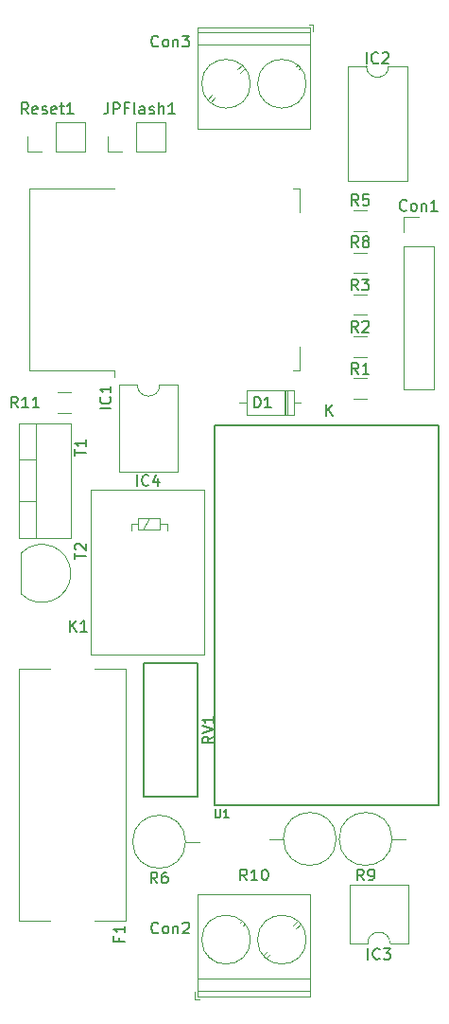
<source format=gto>
G04 #@! TF.GenerationSoftware,KiCad,Pcbnew,(5.0.1-3-g963ef8bb5)*
G04 #@! TF.CreationDate,2018-11-25T11:10:40+01:00*
G04 #@! TF.ProjectId,Dimmer 2.0,44696D6D657220322E302E6B69636164,rev?*
G04 #@! TF.SameCoordinates,Original*
G04 #@! TF.FileFunction,Legend,Top*
G04 #@! TF.FilePolarity,Positive*
%FSLAX46Y46*%
G04 Gerber Fmt 4.6, Leading zero omitted, Abs format (unit mm)*
G04 Created by KiCad (PCBNEW (5.0.1-3-g963ef8bb5)) date zondag 25 november 2018 om 11:10:40*
%MOMM*%
%LPD*%
G01*
G04 APERTURE LIST*
%ADD10C,0.120000*%
%ADD11C,0.127000*%
%ADD12C,0.150000*%
G04 APERTURE END LIST*
D10*
G04 #@! TO.C,JPFlash1*
X77880000Y-53580000D02*
X77880000Y-52250000D01*
X79210000Y-53580000D02*
X77880000Y-53580000D01*
X80480000Y-53580000D02*
X80480000Y-50920000D01*
X80480000Y-50920000D02*
X83080000Y-50920000D01*
X80480000Y-53580000D02*
X83080000Y-53580000D01*
X83080000Y-53580000D02*
X83080000Y-50920000D01*
G04 #@! TO.C,R1*
X101114564Y-75660000D02*
X99910436Y-75660000D01*
X101114564Y-73840000D02*
X99910436Y-73840000D01*
G04 #@! TO.C,R2*
X101114564Y-70090000D02*
X99910436Y-70090000D01*
X101114564Y-71910000D02*
X99910436Y-71910000D01*
G04 #@! TO.C,R5*
X99910436Y-58840000D02*
X101114564Y-58840000D01*
X99910436Y-60660000D02*
X101114564Y-60660000D01*
G04 #@! TO.C,R6*
X84870000Y-115250000D02*
G75*
G03X84870000Y-115250000I-2370000J0D01*
G01*
X84870000Y-115250000D02*
X86080000Y-115250000D01*
G04 #@! TO.C,R8*
X99910436Y-62590000D02*
X101114564Y-62590000D01*
X99910436Y-64410000D02*
X101114564Y-64410000D01*
G04 #@! TO.C,R3*
X101102064Y-66340000D02*
X99897936Y-66340000D01*
X101102064Y-68160000D02*
X99897936Y-68160000D01*
G04 #@! TO.C,IC4*
X82560000Y-74420000D02*
G75*
G02X80560000Y-74420000I-1000000J0D01*
G01*
X80560000Y-74420000D02*
X78910000Y-74420000D01*
X78910000Y-74420000D02*
X78910000Y-82160000D01*
X78910000Y-82160000D02*
X84210000Y-82160000D01*
X84210000Y-82160000D02*
X84210000Y-74420000D01*
X84210000Y-74420000D02*
X82560000Y-74420000D01*
G04 #@! TO.C,Con3*
X96300000Y-42200000D02*
X95900000Y-42200000D01*
X96300000Y-42840000D02*
X96300000Y-42200000D01*
X89758000Y-46508000D02*
X90153000Y-46112000D01*
X87112000Y-49154000D02*
X87492000Y-48774000D01*
X89507000Y-46226000D02*
X89887000Y-45846000D01*
X86846000Y-48888000D02*
X87241000Y-48492000D01*
X95048000Y-46219000D02*
X95154000Y-46112000D01*
X92112000Y-49154000D02*
X92219000Y-49047000D01*
X94782000Y-45953000D02*
X94888000Y-45846000D01*
X91846000Y-48888000D02*
X91953000Y-48781000D01*
X85940000Y-51560000D02*
X85940000Y-42440000D01*
X96060000Y-51560000D02*
X96060000Y-42440000D01*
X96060000Y-42440000D02*
X85940000Y-42440000D01*
X96060000Y-51560000D02*
X85940000Y-51560000D01*
X96060000Y-44000000D02*
X85940000Y-44000000D01*
X96060000Y-42900000D02*
X85940000Y-42900000D01*
X90680000Y-47500000D02*
G75*
G03X90680000Y-47500000I-2180000J0D01*
G01*
X95680000Y-47500000D02*
G75*
G03X95680000Y-47500000I-2180000J0D01*
G01*
G04 #@! TO.C,IC2*
X103060000Y-45920000D02*
G75*
G02X101060000Y-45920000I-1000000J0D01*
G01*
X101060000Y-45920000D02*
X99410000Y-45920000D01*
X99410000Y-45920000D02*
X99410000Y-56200000D01*
X99410000Y-56200000D02*
X104710000Y-56200000D01*
X104710000Y-56200000D02*
X104710000Y-45920000D01*
X104710000Y-45920000D02*
X103060000Y-45920000D01*
G04 #@! TO.C,Reset1*
X75870000Y-53580000D02*
X75870000Y-50920000D01*
X73270000Y-53580000D02*
X75870000Y-53580000D01*
X73270000Y-50920000D02*
X75870000Y-50920000D01*
X73270000Y-53580000D02*
X73270000Y-50920000D01*
X72000000Y-53580000D02*
X70670000Y-53580000D01*
X70670000Y-53580000D02*
X70670000Y-52250000D01*
G04 #@! TO.C,IC1*
X70880000Y-73120000D02*
X70880000Y-56880000D01*
X70880000Y-56880000D02*
X78500000Y-56880000D01*
X94500000Y-56880000D02*
X95120000Y-56880000D01*
X95120000Y-56880000D02*
X95120000Y-59000000D01*
X95120000Y-71000000D02*
X95120000Y-73120000D01*
X95120000Y-73120000D02*
X94500000Y-73120000D01*
X78500000Y-73120000D02*
X70880000Y-73120000D01*
X78500000Y-73120000D02*
X78500000Y-73730000D01*
G04 #@! TO.C,T2*
X70150000Y-89470000D02*
X70150000Y-93070000D01*
X70161522Y-89431522D02*
G75*
G02X74600000Y-91270000I1838478J-1838478D01*
G01*
X70161522Y-93108478D02*
G75*
G03X74600000Y-91270000I1838478J1838478D01*
G01*
G04 #@! TO.C,Con2*
X90680000Y-124000000D02*
G75*
G03X90680000Y-124000000I-2180000J0D01*
G01*
X95680000Y-124000000D02*
G75*
G03X95680000Y-124000000I-2180000J0D01*
G01*
X85940000Y-128600000D02*
X96060000Y-128600000D01*
X85940000Y-127500000D02*
X96060000Y-127500000D01*
X85940000Y-119940000D02*
X96060000Y-119940000D01*
X85940000Y-129060000D02*
X96060000Y-129060000D01*
X85940000Y-119940000D02*
X85940000Y-129060000D01*
X96060000Y-119940000D02*
X96060000Y-129060000D01*
X90154000Y-122612000D02*
X90047000Y-122719000D01*
X87218000Y-125547000D02*
X87112000Y-125654000D01*
X89888000Y-122346000D02*
X89781000Y-122453000D01*
X86952000Y-125281000D02*
X86846000Y-125388000D01*
X95154000Y-122612000D02*
X94759000Y-123008000D01*
X92493000Y-125274000D02*
X92113000Y-125654000D01*
X94888000Y-122346000D02*
X94508000Y-122726000D01*
X92242000Y-124992000D02*
X91847000Y-125388000D01*
X85700000Y-128660000D02*
X85700000Y-129300000D01*
X85700000Y-129300000D02*
X86100000Y-129300000D01*
D11*
G04 #@! TO.C,U1*
X107500000Y-78000000D02*
X87500000Y-78000000D01*
X87500000Y-112000000D02*
X107500000Y-112000000D01*
X107500000Y-112000000D02*
X107500000Y-78000000D01*
X87500000Y-78000000D02*
X87500000Y-112000000D01*
D10*
G04 #@! TO.C,T1*
X69980000Y-88080000D02*
X69980000Y-77840000D01*
X74621000Y-88080000D02*
X74621000Y-77840000D01*
X69980000Y-88080000D02*
X74621000Y-88080000D01*
X69980000Y-77840000D02*
X74621000Y-77840000D01*
X71490000Y-88080000D02*
X71490000Y-77840000D01*
X69980000Y-84810000D02*
X71490000Y-84810000D01*
X69980000Y-81109000D02*
X71490000Y-81109000D01*
G04 #@! TO.C,K1*
X76360000Y-98516000D02*
X76360000Y-83784000D01*
X76360000Y-83784000D02*
X86520000Y-83784000D01*
X86520000Y-83784000D02*
X86520000Y-98516000D01*
X86520000Y-98516000D02*
X76360000Y-98516000D01*
X81034000Y-87340000D02*
X81669000Y-86324000D01*
X83218000Y-87467000D02*
X83218000Y-86832000D01*
X83218000Y-86832000D02*
X82558000Y-86832000D01*
X80018000Y-87467000D02*
X80018000Y-86832000D01*
X80018000Y-86832000D02*
X80653000Y-86832000D01*
X80653000Y-87340000D02*
X82558000Y-87340000D01*
X82558000Y-87340000D02*
X82558000Y-86324000D01*
X82558000Y-86324000D02*
X80653000Y-86324000D01*
X80653000Y-87340000D02*
X80653000Y-86324000D01*
D12*
G04 #@! TO.C,RV1*
X85925000Y-111250000D02*
X85925000Y-99250000D01*
X81125000Y-111250000D02*
X81125000Y-99250000D01*
X81125000Y-99250000D02*
X85925000Y-99250000D01*
X81125000Y-111250000D02*
X85925000Y-111250000D01*
D10*
G04 #@! TO.C,R10*
X93630000Y-115000000D02*
X92420000Y-115000000D01*
X98370000Y-115000000D02*
G75*
G03X98370000Y-115000000I-2370000J0D01*
G01*
G04 #@! TO.C,D1*
X94560000Y-77120000D02*
X94560000Y-74880000D01*
X94560000Y-74880000D02*
X90320000Y-74880000D01*
X90320000Y-74880000D02*
X90320000Y-77120000D01*
X90320000Y-77120000D02*
X94560000Y-77120000D01*
X95210000Y-76000000D02*
X94560000Y-76000000D01*
X89670000Y-76000000D02*
X90320000Y-76000000D01*
X93840000Y-77120000D02*
X93840000Y-74880000D01*
X93720000Y-77120000D02*
X93720000Y-74880000D01*
X93960000Y-77120000D02*
X93960000Y-74880000D01*
G04 #@! TO.C,F1*
X69950000Y-122350000D02*
X72750000Y-122350000D01*
X76750000Y-122350000D02*
X79550000Y-122350000D01*
X76750000Y-99750000D02*
X79550000Y-99750000D01*
X79550000Y-99750000D02*
X79550000Y-122350000D01*
X69950000Y-99750000D02*
X69950000Y-122350000D01*
X69950000Y-99750000D02*
X72750000Y-99750000D01*
G04 #@! TO.C,R11*
X73410436Y-76910000D02*
X74614564Y-76910000D01*
X73410436Y-75090000D02*
X74614564Y-75090000D01*
G04 #@! TO.C,R9*
X103370000Y-115000000D02*
G75*
G03X103370000Y-115000000I-2370000J0D01*
G01*
X103370000Y-115000000D02*
X104580000Y-115000000D01*
G04 #@! TO.C,Con1*
X104420000Y-74780000D02*
X107080000Y-74780000D01*
X104420000Y-62020000D02*
X104420000Y-74780000D01*
X107080000Y-62020000D02*
X107080000Y-74780000D01*
X104420000Y-62020000D02*
X107080000Y-62020000D01*
X104420000Y-60750000D02*
X104420000Y-59420000D01*
X104420000Y-59420000D02*
X105750000Y-59420000D01*
G04 #@! TO.C,IC3*
X101190000Y-124330000D02*
G75*
G02X103190000Y-124330000I1000000J0D01*
G01*
X103190000Y-124330000D02*
X104840000Y-124330000D01*
X104840000Y-124330000D02*
X104840000Y-119130000D01*
X104840000Y-119130000D02*
X99540000Y-119130000D01*
X99540000Y-119130000D02*
X99540000Y-124330000D01*
X99540000Y-124330000D02*
X101190000Y-124330000D01*
G04 #@! TO.C,JPFlash1*
D12*
X77916666Y-49202380D02*
X77916666Y-49916666D01*
X77869047Y-50059523D01*
X77773809Y-50154761D01*
X77630952Y-50202380D01*
X77535714Y-50202380D01*
X78392857Y-50202380D02*
X78392857Y-49202380D01*
X78773809Y-49202380D01*
X78869047Y-49250000D01*
X78916666Y-49297619D01*
X78964285Y-49392857D01*
X78964285Y-49535714D01*
X78916666Y-49630952D01*
X78869047Y-49678571D01*
X78773809Y-49726190D01*
X78392857Y-49726190D01*
X79726190Y-49678571D02*
X79392857Y-49678571D01*
X79392857Y-50202380D02*
X79392857Y-49202380D01*
X79869047Y-49202380D01*
X80392857Y-50202380D02*
X80297619Y-50154761D01*
X80250000Y-50059523D01*
X80250000Y-49202380D01*
X81202380Y-50202380D02*
X81202380Y-49678571D01*
X81154761Y-49583333D01*
X81059523Y-49535714D01*
X80869047Y-49535714D01*
X80773809Y-49583333D01*
X81202380Y-50154761D02*
X81107142Y-50202380D01*
X80869047Y-50202380D01*
X80773809Y-50154761D01*
X80726190Y-50059523D01*
X80726190Y-49964285D01*
X80773809Y-49869047D01*
X80869047Y-49821428D01*
X81107142Y-49821428D01*
X81202380Y-49773809D01*
X81630952Y-50154761D02*
X81726190Y-50202380D01*
X81916666Y-50202380D01*
X82011904Y-50154761D01*
X82059523Y-50059523D01*
X82059523Y-50011904D01*
X82011904Y-49916666D01*
X81916666Y-49869047D01*
X81773809Y-49869047D01*
X81678571Y-49821428D01*
X81630952Y-49726190D01*
X81630952Y-49678571D01*
X81678571Y-49583333D01*
X81773809Y-49535714D01*
X81916666Y-49535714D01*
X82011904Y-49583333D01*
X82488095Y-50202380D02*
X82488095Y-49202380D01*
X82916666Y-50202380D02*
X82916666Y-49678571D01*
X82869047Y-49583333D01*
X82773809Y-49535714D01*
X82630952Y-49535714D01*
X82535714Y-49583333D01*
X82488095Y-49630952D01*
X83916666Y-50202380D02*
X83345238Y-50202380D01*
X83630952Y-50202380D02*
X83630952Y-49202380D01*
X83535714Y-49345238D01*
X83440476Y-49440476D01*
X83345238Y-49488095D01*
G04 #@! TO.C,R1*
X100345833Y-73452380D02*
X100012500Y-72976190D01*
X99774404Y-73452380D02*
X99774404Y-72452380D01*
X100155357Y-72452380D01*
X100250595Y-72500000D01*
X100298214Y-72547619D01*
X100345833Y-72642857D01*
X100345833Y-72785714D01*
X100298214Y-72880952D01*
X100250595Y-72928571D01*
X100155357Y-72976190D01*
X99774404Y-72976190D01*
X101298214Y-73452380D02*
X100726785Y-73452380D01*
X101012500Y-73452380D02*
X101012500Y-72452380D01*
X100917261Y-72595238D01*
X100822023Y-72690476D01*
X100726785Y-72738095D01*
G04 #@! TO.C,R2*
X100333333Y-69702380D02*
X100000000Y-69226190D01*
X99761904Y-69702380D02*
X99761904Y-68702380D01*
X100142857Y-68702380D01*
X100238095Y-68750000D01*
X100285714Y-68797619D01*
X100333333Y-68892857D01*
X100333333Y-69035714D01*
X100285714Y-69130952D01*
X100238095Y-69178571D01*
X100142857Y-69226190D01*
X99761904Y-69226190D01*
X100714285Y-68797619D02*
X100761904Y-68750000D01*
X100857142Y-68702380D01*
X101095238Y-68702380D01*
X101190476Y-68750000D01*
X101238095Y-68797619D01*
X101285714Y-68892857D01*
X101285714Y-68988095D01*
X101238095Y-69130952D01*
X100666666Y-69702380D01*
X101285714Y-69702380D01*
G04 #@! TO.C,R5*
X100345833Y-58382380D02*
X100012500Y-57906190D01*
X99774404Y-58382380D02*
X99774404Y-57382380D01*
X100155357Y-57382380D01*
X100250595Y-57430000D01*
X100298214Y-57477619D01*
X100345833Y-57572857D01*
X100345833Y-57715714D01*
X100298214Y-57810952D01*
X100250595Y-57858571D01*
X100155357Y-57906190D01*
X99774404Y-57906190D01*
X101250595Y-57382380D02*
X100774404Y-57382380D01*
X100726785Y-57858571D01*
X100774404Y-57810952D01*
X100869642Y-57763333D01*
X101107738Y-57763333D01*
X101202976Y-57810952D01*
X101250595Y-57858571D01*
X101298214Y-57953809D01*
X101298214Y-58191904D01*
X101250595Y-58287142D01*
X101202976Y-58334761D01*
X101107738Y-58382380D01*
X100869642Y-58382380D01*
X100774404Y-58334761D01*
X100726785Y-58287142D01*
G04 #@! TO.C,R6*
X82333333Y-118952380D02*
X82000000Y-118476190D01*
X81761904Y-118952380D02*
X81761904Y-117952380D01*
X82142857Y-117952380D01*
X82238095Y-118000000D01*
X82285714Y-118047619D01*
X82333333Y-118142857D01*
X82333333Y-118285714D01*
X82285714Y-118380952D01*
X82238095Y-118428571D01*
X82142857Y-118476190D01*
X81761904Y-118476190D01*
X83190476Y-117952380D02*
X83000000Y-117952380D01*
X82904761Y-118000000D01*
X82857142Y-118047619D01*
X82761904Y-118190476D01*
X82714285Y-118380952D01*
X82714285Y-118761904D01*
X82761904Y-118857142D01*
X82809523Y-118904761D01*
X82904761Y-118952380D01*
X83095238Y-118952380D01*
X83190476Y-118904761D01*
X83238095Y-118857142D01*
X83285714Y-118761904D01*
X83285714Y-118523809D01*
X83238095Y-118428571D01*
X83190476Y-118380952D01*
X83095238Y-118333333D01*
X82904761Y-118333333D01*
X82809523Y-118380952D01*
X82761904Y-118428571D01*
X82714285Y-118523809D01*
G04 #@! TO.C,R8*
X100345833Y-62132380D02*
X100012500Y-61656190D01*
X99774404Y-62132380D02*
X99774404Y-61132380D01*
X100155357Y-61132380D01*
X100250595Y-61180000D01*
X100298214Y-61227619D01*
X100345833Y-61322857D01*
X100345833Y-61465714D01*
X100298214Y-61560952D01*
X100250595Y-61608571D01*
X100155357Y-61656190D01*
X99774404Y-61656190D01*
X100917261Y-61560952D02*
X100822023Y-61513333D01*
X100774404Y-61465714D01*
X100726785Y-61370476D01*
X100726785Y-61322857D01*
X100774404Y-61227619D01*
X100822023Y-61180000D01*
X100917261Y-61132380D01*
X101107738Y-61132380D01*
X101202976Y-61180000D01*
X101250595Y-61227619D01*
X101298214Y-61322857D01*
X101298214Y-61370476D01*
X101250595Y-61465714D01*
X101202976Y-61513333D01*
X101107738Y-61560952D01*
X100917261Y-61560952D01*
X100822023Y-61608571D01*
X100774404Y-61656190D01*
X100726785Y-61751428D01*
X100726785Y-61941904D01*
X100774404Y-62037142D01*
X100822023Y-62084761D01*
X100917261Y-62132380D01*
X101107738Y-62132380D01*
X101202976Y-62084761D01*
X101250595Y-62037142D01*
X101298214Y-61941904D01*
X101298214Y-61751428D01*
X101250595Y-61656190D01*
X101202976Y-61608571D01*
X101107738Y-61560952D01*
G04 #@! TO.C,R3*
X100333333Y-65952380D02*
X100000000Y-65476190D01*
X99761904Y-65952380D02*
X99761904Y-64952380D01*
X100142857Y-64952380D01*
X100238095Y-65000000D01*
X100285714Y-65047619D01*
X100333333Y-65142857D01*
X100333333Y-65285714D01*
X100285714Y-65380952D01*
X100238095Y-65428571D01*
X100142857Y-65476190D01*
X99761904Y-65476190D01*
X100666666Y-64952380D02*
X101285714Y-64952380D01*
X100952380Y-65333333D01*
X101095238Y-65333333D01*
X101190476Y-65380952D01*
X101238095Y-65428571D01*
X101285714Y-65523809D01*
X101285714Y-65761904D01*
X101238095Y-65857142D01*
X101190476Y-65904761D01*
X101095238Y-65952380D01*
X100809523Y-65952380D01*
X100714285Y-65904761D01*
X100666666Y-65857142D01*
G04 #@! TO.C,IC4*
X80523809Y-83452380D02*
X80523809Y-82452380D01*
X81571428Y-83357142D02*
X81523809Y-83404761D01*
X81380952Y-83452380D01*
X81285714Y-83452380D01*
X81142857Y-83404761D01*
X81047619Y-83309523D01*
X81000000Y-83214285D01*
X80952380Y-83023809D01*
X80952380Y-82880952D01*
X81000000Y-82690476D01*
X81047619Y-82595238D01*
X81142857Y-82500000D01*
X81285714Y-82452380D01*
X81380952Y-82452380D01*
X81523809Y-82500000D01*
X81571428Y-82547619D01*
X82428571Y-82785714D02*
X82428571Y-83452380D01*
X82190476Y-82404761D02*
X81952380Y-83119047D01*
X82571428Y-83119047D01*
G04 #@! TO.C,Con3*
X82428571Y-44107142D02*
X82380952Y-44154761D01*
X82238095Y-44202380D01*
X82142857Y-44202380D01*
X82000000Y-44154761D01*
X81904761Y-44059523D01*
X81857142Y-43964285D01*
X81809523Y-43773809D01*
X81809523Y-43630952D01*
X81857142Y-43440476D01*
X81904761Y-43345238D01*
X82000000Y-43250000D01*
X82142857Y-43202380D01*
X82238095Y-43202380D01*
X82380952Y-43250000D01*
X82428571Y-43297619D01*
X83000000Y-44202380D02*
X82904761Y-44154761D01*
X82857142Y-44107142D01*
X82809523Y-44011904D01*
X82809523Y-43726190D01*
X82857142Y-43630952D01*
X82904761Y-43583333D01*
X83000000Y-43535714D01*
X83142857Y-43535714D01*
X83238095Y-43583333D01*
X83285714Y-43630952D01*
X83333333Y-43726190D01*
X83333333Y-44011904D01*
X83285714Y-44107142D01*
X83238095Y-44154761D01*
X83142857Y-44202380D01*
X83000000Y-44202380D01*
X83761904Y-43535714D02*
X83761904Y-44202380D01*
X83761904Y-43630952D02*
X83809523Y-43583333D01*
X83904761Y-43535714D01*
X84047619Y-43535714D01*
X84142857Y-43583333D01*
X84190476Y-43678571D01*
X84190476Y-44202380D01*
X84571428Y-43202380D02*
X85190476Y-43202380D01*
X84857142Y-43583333D01*
X85000000Y-43583333D01*
X85095238Y-43630952D01*
X85142857Y-43678571D01*
X85190476Y-43773809D01*
X85190476Y-44011904D01*
X85142857Y-44107142D01*
X85095238Y-44154761D01*
X85000000Y-44202380D01*
X84714285Y-44202380D01*
X84619047Y-44154761D01*
X84571428Y-44107142D01*
G04 #@! TO.C,IC2*
X101083809Y-45702380D02*
X101083809Y-44702380D01*
X102131428Y-45607142D02*
X102083809Y-45654761D01*
X101940952Y-45702380D01*
X101845714Y-45702380D01*
X101702857Y-45654761D01*
X101607619Y-45559523D01*
X101560000Y-45464285D01*
X101512380Y-45273809D01*
X101512380Y-45130952D01*
X101560000Y-44940476D01*
X101607619Y-44845238D01*
X101702857Y-44750000D01*
X101845714Y-44702380D01*
X101940952Y-44702380D01*
X102083809Y-44750000D01*
X102131428Y-44797619D01*
X102512380Y-44797619D02*
X102560000Y-44750000D01*
X102655238Y-44702380D01*
X102893333Y-44702380D01*
X102988571Y-44750000D01*
X103036190Y-44797619D01*
X103083809Y-44892857D01*
X103083809Y-44988095D01*
X103036190Y-45130952D01*
X102464761Y-45702380D01*
X103083809Y-45702380D01*
G04 #@! TO.C,Reset1*
X70785714Y-50202380D02*
X70452380Y-49726190D01*
X70214285Y-50202380D02*
X70214285Y-49202380D01*
X70595238Y-49202380D01*
X70690476Y-49250000D01*
X70738095Y-49297619D01*
X70785714Y-49392857D01*
X70785714Y-49535714D01*
X70738095Y-49630952D01*
X70690476Y-49678571D01*
X70595238Y-49726190D01*
X70214285Y-49726190D01*
X71595238Y-50154761D02*
X71500000Y-50202380D01*
X71309523Y-50202380D01*
X71214285Y-50154761D01*
X71166666Y-50059523D01*
X71166666Y-49678571D01*
X71214285Y-49583333D01*
X71309523Y-49535714D01*
X71500000Y-49535714D01*
X71595238Y-49583333D01*
X71642857Y-49678571D01*
X71642857Y-49773809D01*
X71166666Y-49869047D01*
X72023809Y-50154761D02*
X72119047Y-50202380D01*
X72309523Y-50202380D01*
X72404761Y-50154761D01*
X72452380Y-50059523D01*
X72452380Y-50011904D01*
X72404761Y-49916666D01*
X72309523Y-49869047D01*
X72166666Y-49869047D01*
X72071428Y-49821428D01*
X72023809Y-49726190D01*
X72023809Y-49678571D01*
X72071428Y-49583333D01*
X72166666Y-49535714D01*
X72309523Y-49535714D01*
X72404761Y-49583333D01*
X73261904Y-50154761D02*
X73166666Y-50202380D01*
X72976190Y-50202380D01*
X72880952Y-50154761D01*
X72833333Y-50059523D01*
X72833333Y-49678571D01*
X72880952Y-49583333D01*
X72976190Y-49535714D01*
X73166666Y-49535714D01*
X73261904Y-49583333D01*
X73309523Y-49678571D01*
X73309523Y-49773809D01*
X72833333Y-49869047D01*
X73595238Y-49535714D02*
X73976190Y-49535714D01*
X73738095Y-49202380D02*
X73738095Y-50059523D01*
X73785714Y-50154761D01*
X73880952Y-50202380D01*
X73976190Y-50202380D01*
X74833333Y-50202380D02*
X74261904Y-50202380D01*
X74547619Y-50202380D02*
X74547619Y-49202380D01*
X74452380Y-49345238D01*
X74357142Y-49440476D01*
X74261904Y-49488095D01*
G04 #@! TO.C,IC1*
X78192380Y-76536190D02*
X77192380Y-76536190D01*
X78097142Y-75488571D02*
X78144761Y-75536190D01*
X78192380Y-75679047D01*
X78192380Y-75774285D01*
X78144761Y-75917142D01*
X78049523Y-76012380D01*
X77954285Y-76060000D01*
X77763809Y-76107619D01*
X77620952Y-76107619D01*
X77430476Y-76060000D01*
X77335238Y-76012380D01*
X77240000Y-75917142D01*
X77192380Y-75774285D01*
X77192380Y-75679047D01*
X77240000Y-75536190D01*
X77287619Y-75488571D01*
X78192380Y-74536190D02*
X78192380Y-75107619D01*
X78192380Y-74821904D02*
X77192380Y-74821904D01*
X77335238Y-74917142D01*
X77430476Y-75012380D01*
X77478095Y-75107619D01*
G04 #@! TO.C,T2*
X74952380Y-90011904D02*
X74952380Y-89440476D01*
X75952380Y-89726190D02*
X74952380Y-89726190D01*
X75047619Y-89154761D02*
X75000000Y-89107142D01*
X74952380Y-89011904D01*
X74952380Y-88773809D01*
X75000000Y-88678571D01*
X75047619Y-88630952D01*
X75142857Y-88583333D01*
X75238095Y-88583333D01*
X75380952Y-88630952D01*
X75952380Y-89202380D01*
X75952380Y-88583333D01*
G04 #@! TO.C,Con2*
X82428571Y-123357142D02*
X82380952Y-123404761D01*
X82238095Y-123452380D01*
X82142857Y-123452380D01*
X82000000Y-123404761D01*
X81904761Y-123309523D01*
X81857142Y-123214285D01*
X81809523Y-123023809D01*
X81809523Y-122880952D01*
X81857142Y-122690476D01*
X81904761Y-122595238D01*
X82000000Y-122500000D01*
X82142857Y-122452380D01*
X82238095Y-122452380D01*
X82380952Y-122500000D01*
X82428571Y-122547619D01*
X83000000Y-123452380D02*
X82904761Y-123404761D01*
X82857142Y-123357142D01*
X82809523Y-123261904D01*
X82809523Y-122976190D01*
X82857142Y-122880952D01*
X82904761Y-122833333D01*
X83000000Y-122785714D01*
X83142857Y-122785714D01*
X83238095Y-122833333D01*
X83285714Y-122880952D01*
X83333333Y-122976190D01*
X83333333Y-123261904D01*
X83285714Y-123357142D01*
X83238095Y-123404761D01*
X83142857Y-123452380D01*
X83000000Y-123452380D01*
X83761904Y-122785714D02*
X83761904Y-123452380D01*
X83761904Y-122880952D02*
X83809523Y-122833333D01*
X83904761Y-122785714D01*
X84047619Y-122785714D01*
X84142857Y-122833333D01*
X84190476Y-122928571D01*
X84190476Y-123452380D01*
X84619047Y-122547619D02*
X84666666Y-122500000D01*
X84761904Y-122452380D01*
X85000000Y-122452380D01*
X85095238Y-122500000D01*
X85142857Y-122547619D01*
X85190476Y-122642857D01*
X85190476Y-122738095D01*
X85142857Y-122880952D01*
X84571428Y-123452380D01*
X85190476Y-123452380D01*
G04 #@! TO.C,U1*
D11*
X87521428Y-112362714D02*
X87521428Y-112979571D01*
X87557714Y-113052142D01*
X87594000Y-113088428D01*
X87666571Y-113124714D01*
X87811714Y-113124714D01*
X87884285Y-113088428D01*
X87920571Y-113052142D01*
X87956857Y-112979571D01*
X87956857Y-112362714D01*
X88718857Y-113124714D02*
X88283428Y-113124714D01*
X88501142Y-113124714D02*
X88501142Y-112362714D01*
X88428571Y-112471571D01*
X88356000Y-112544142D01*
X88283428Y-112580428D01*
G04 #@! TO.C,T1*
D12*
X74952380Y-80761904D02*
X74952380Y-80190476D01*
X75952380Y-80476190D02*
X74952380Y-80476190D01*
X75952380Y-79333333D02*
X75952380Y-79904761D01*
X75952380Y-79619047D02*
X74952380Y-79619047D01*
X75095238Y-79714285D01*
X75190476Y-79809523D01*
X75238095Y-79904761D01*
G04 #@! TO.C,K1*
X74511904Y-96452380D02*
X74511904Y-95452380D01*
X75083333Y-96452380D02*
X74654761Y-95880952D01*
X75083333Y-95452380D02*
X74511904Y-96023809D01*
X76035714Y-96452380D02*
X75464285Y-96452380D01*
X75750000Y-96452380D02*
X75750000Y-95452380D01*
X75654761Y-95595238D01*
X75559523Y-95690476D01*
X75464285Y-95738095D01*
G04 #@! TO.C,RV1*
X87377380Y-105845238D02*
X86901190Y-106178571D01*
X87377380Y-106416666D02*
X86377380Y-106416666D01*
X86377380Y-106035714D01*
X86425000Y-105940476D01*
X86472619Y-105892857D01*
X86567857Y-105845238D01*
X86710714Y-105845238D01*
X86805952Y-105892857D01*
X86853571Y-105940476D01*
X86901190Y-106035714D01*
X86901190Y-106416666D01*
X86377380Y-105559523D02*
X87377380Y-105226190D01*
X86377380Y-104892857D01*
X87377380Y-104035714D02*
X87377380Y-104607142D01*
X87377380Y-104321428D02*
X86377380Y-104321428D01*
X86520238Y-104416666D01*
X86615476Y-104511904D01*
X86663095Y-104607142D01*
G04 #@! TO.C,R10*
X90357142Y-118702380D02*
X90023809Y-118226190D01*
X89785714Y-118702380D02*
X89785714Y-117702380D01*
X90166666Y-117702380D01*
X90261904Y-117750000D01*
X90309523Y-117797619D01*
X90357142Y-117892857D01*
X90357142Y-118035714D01*
X90309523Y-118130952D01*
X90261904Y-118178571D01*
X90166666Y-118226190D01*
X89785714Y-118226190D01*
X91309523Y-118702380D02*
X90738095Y-118702380D01*
X91023809Y-118702380D02*
X91023809Y-117702380D01*
X90928571Y-117845238D01*
X90833333Y-117940476D01*
X90738095Y-117988095D01*
X91928571Y-117702380D02*
X92023809Y-117702380D01*
X92119047Y-117750000D01*
X92166666Y-117797619D01*
X92214285Y-117892857D01*
X92261904Y-118083333D01*
X92261904Y-118321428D01*
X92214285Y-118511904D01*
X92166666Y-118607142D01*
X92119047Y-118654761D01*
X92023809Y-118702380D01*
X91928571Y-118702380D01*
X91833333Y-118654761D01*
X91785714Y-118607142D01*
X91738095Y-118511904D01*
X91690476Y-118321428D01*
X91690476Y-118083333D01*
X91738095Y-117892857D01*
X91785714Y-117797619D01*
X91833333Y-117750000D01*
X91928571Y-117702380D01*
G04 #@! TO.C,D1*
X91011904Y-76452380D02*
X91011904Y-75452380D01*
X91250000Y-75452380D01*
X91392857Y-75500000D01*
X91488095Y-75595238D01*
X91535714Y-75690476D01*
X91583333Y-75880952D01*
X91583333Y-76023809D01*
X91535714Y-76214285D01*
X91488095Y-76309523D01*
X91392857Y-76404761D01*
X91250000Y-76452380D01*
X91011904Y-76452380D01*
X92535714Y-76452380D02*
X91964285Y-76452380D01*
X92250000Y-76452380D02*
X92250000Y-75452380D01*
X92154761Y-75595238D01*
X92059523Y-75690476D01*
X91964285Y-75738095D01*
X97488095Y-77202380D02*
X97488095Y-76202380D01*
X98059523Y-77202380D02*
X97630952Y-76630952D01*
X98059523Y-76202380D02*
X97488095Y-76773809D01*
G04 #@! TO.C,F1*
X78928571Y-123833333D02*
X78928571Y-124166666D01*
X79452380Y-124166666D02*
X78452380Y-124166666D01*
X78452380Y-123690476D01*
X79452380Y-122785714D02*
X79452380Y-123357142D01*
X79452380Y-123071428D02*
X78452380Y-123071428D01*
X78595238Y-123166666D01*
X78690476Y-123261904D01*
X78738095Y-123357142D01*
G04 #@! TO.C,R11*
X69857142Y-76452380D02*
X69523809Y-75976190D01*
X69285714Y-76452380D02*
X69285714Y-75452380D01*
X69666666Y-75452380D01*
X69761904Y-75500000D01*
X69809523Y-75547619D01*
X69857142Y-75642857D01*
X69857142Y-75785714D01*
X69809523Y-75880952D01*
X69761904Y-75928571D01*
X69666666Y-75976190D01*
X69285714Y-75976190D01*
X70809523Y-76452380D02*
X70238095Y-76452380D01*
X70523809Y-76452380D02*
X70523809Y-75452380D01*
X70428571Y-75595238D01*
X70333333Y-75690476D01*
X70238095Y-75738095D01*
X71761904Y-76452380D02*
X71190476Y-76452380D01*
X71476190Y-76452380D02*
X71476190Y-75452380D01*
X71380952Y-75595238D01*
X71285714Y-75690476D01*
X71190476Y-75738095D01*
G04 #@! TO.C,R9*
X100833333Y-118702380D02*
X100500000Y-118226190D01*
X100261904Y-118702380D02*
X100261904Y-117702380D01*
X100642857Y-117702380D01*
X100738095Y-117750000D01*
X100785714Y-117797619D01*
X100833333Y-117892857D01*
X100833333Y-118035714D01*
X100785714Y-118130952D01*
X100738095Y-118178571D01*
X100642857Y-118226190D01*
X100261904Y-118226190D01*
X101309523Y-118702380D02*
X101500000Y-118702380D01*
X101595238Y-118654761D01*
X101642857Y-118607142D01*
X101738095Y-118464285D01*
X101785714Y-118273809D01*
X101785714Y-117892857D01*
X101738095Y-117797619D01*
X101690476Y-117750000D01*
X101595238Y-117702380D01*
X101404761Y-117702380D01*
X101309523Y-117750000D01*
X101261904Y-117797619D01*
X101214285Y-117892857D01*
X101214285Y-118130952D01*
X101261904Y-118226190D01*
X101309523Y-118273809D01*
X101404761Y-118321428D01*
X101595238Y-118321428D01*
X101690476Y-118273809D01*
X101738095Y-118226190D01*
X101785714Y-118130952D01*
G04 #@! TO.C,Con1*
X104678571Y-58777142D02*
X104630952Y-58824761D01*
X104488095Y-58872380D01*
X104392857Y-58872380D01*
X104250000Y-58824761D01*
X104154761Y-58729523D01*
X104107142Y-58634285D01*
X104059523Y-58443809D01*
X104059523Y-58300952D01*
X104107142Y-58110476D01*
X104154761Y-58015238D01*
X104250000Y-57920000D01*
X104392857Y-57872380D01*
X104488095Y-57872380D01*
X104630952Y-57920000D01*
X104678571Y-57967619D01*
X105250000Y-58872380D02*
X105154761Y-58824761D01*
X105107142Y-58777142D01*
X105059523Y-58681904D01*
X105059523Y-58396190D01*
X105107142Y-58300952D01*
X105154761Y-58253333D01*
X105250000Y-58205714D01*
X105392857Y-58205714D01*
X105488095Y-58253333D01*
X105535714Y-58300952D01*
X105583333Y-58396190D01*
X105583333Y-58681904D01*
X105535714Y-58777142D01*
X105488095Y-58824761D01*
X105392857Y-58872380D01*
X105250000Y-58872380D01*
X106011904Y-58205714D02*
X106011904Y-58872380D01*
X106011904Y-58300952D02*
X106059523Y-58253333D01*
X106154761Y-58205714D01*
X106297619Y-58205714D01*
X106392857Y-58253333D01*
X106440476Y-58348571D01*
X106440476Y-58872380D01*
X107440476Y-58872380D02*
X106869047Y-58872380D01*
X107154761Y-58872380D02*
X107154761Y-57872380D01*
X107059523Y-58015238D01*
X106964285Y-58110476D01*
X106869047Y-58158095D01*
G04 #@! TO.C,IC3*
X101213809Y-125782380D02*
X101213809Y-124782380D01*
X102261428Y-125687142D02*
X102213809Y-125734761D01*
X102070952Y-125782380D01*
X101975714Y-125782380D01*
X101832857Y-125734761D01*
X101737619Y-125639523D01*
X101690000Y-125544285D01*
X101642380Y-125353809D01*
X101642380Y-125210952D01*
X101690000Y-125020476D01*
X101737619Y-124925238D01*
X101832857Y-124830000D01*
X101975714Y-124782380D01*
X102070952Y-124782380D01*
X102213809Y-124830000D01*
X102261428Y-124877619D01*
X102594761Y-124782380D02*
X103213809Y-124782380D01*
X102880476Y-125163333D01*
X103023333Y-125163333D01*
X103118571Y-125210952D01*
X103166190Y-125258571D01*
X103213809Y-125353809D01*
X103213809Y-125591904D01*
X103166190Y-125687142D01*
X103118571Y-125734761D01*
X103023333Y-125782380D01*
X102737619Y-125782380D01*
X102642380Y-125734761D01*
X102594761Y-125687142D01*
G04 #@! TD*
M02*

</source>
